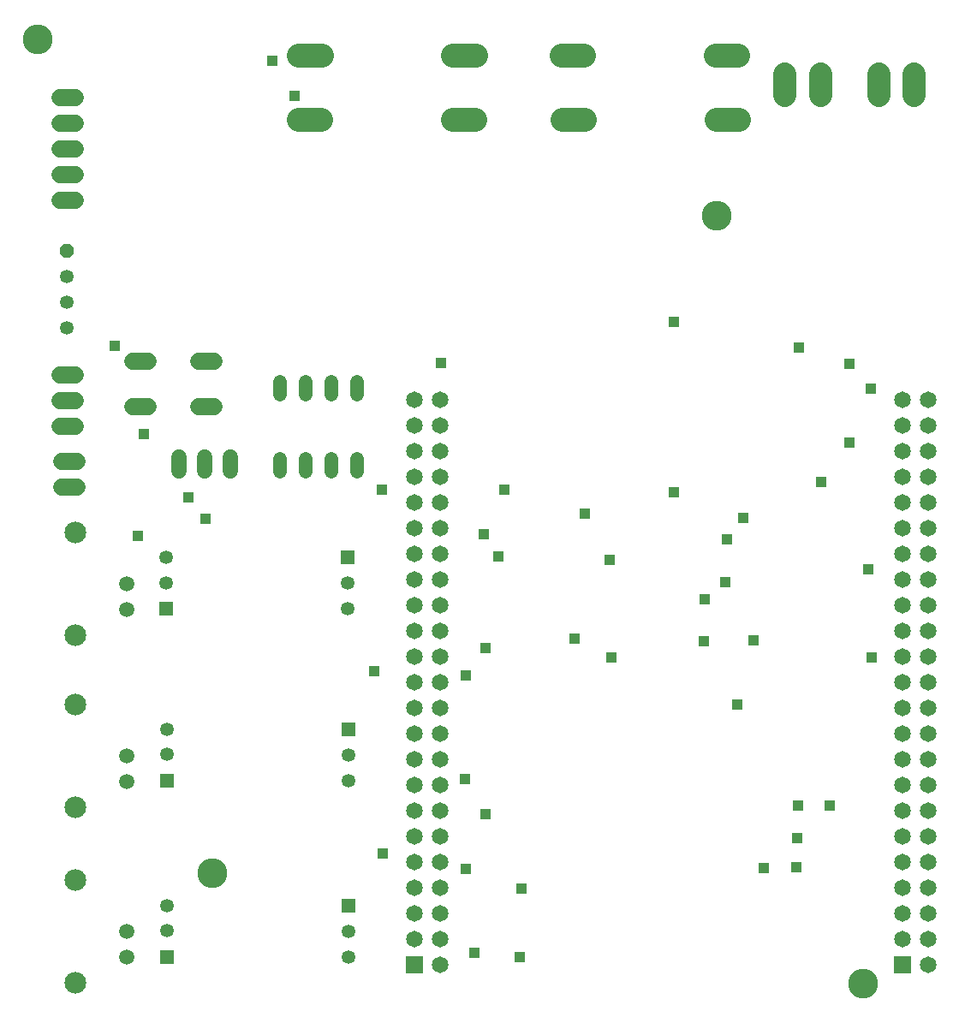
<source format=gbs>
G75*
G70*
%OFA0B0*%
%FSLAX24Y24*%
%IPPOS*%
%LPD*%
%AMOC8*
5,1,8,0,0,1.08239X$1,22.5*
%
%ADD10C,0.1162*%
%ADD11OC8,0.0532*%
%ADD12C,0.0532*%
%ADD13R,0.0651X0.0651*%
%ADD14C,0.0651*%
%ADD15C,0.0591*%
%ADD16C,0.0847*%
%ADD17R,0.0532X0.0532*%
%ADD18C,0.0660*%
%ADD19C,0.0945*%
%ADD20C,0.0900*%
%ADD21C,0.0540*%
%ADD22C,0.0600*%
%ADD23R,0.0436X0.0436*%
D10*
X024267Y025756D03*
X043917Y051376D03*
X017487Y058246D03*
X049617Y021466D03*
D11*
X018633Y049996D03*
D12*
X018633Y048996D03*
X018633Y047996D03*
X018633Y046996D03*
X022493Y038057D03*
X022493Y037070D03*
X022523Y031376D03*
X022523Y030390D03*
X022523Y024516D03*
X022523Y023530D03*
X029586Y023516D03*
X029586Y022516D03*
X029586Y029376D03*
X029586Y030376D03*
X029556Y036057D03*
X029556Y037057D03*
D13*
X032156Y022190D03*
X051156Y022190D03*
D14*
X051156Y023190D03*
X051156Y024190D03*
X051156Y025190D03*
X051156Y026190D03*
X051156Y027190D03*
X051156Y028190D03*
X051156Y029190D03*
X051156Y030190D03*
X051156Y031190D03*
X051156Y032190D03*
X051156Y033190D03*
X051156Y034190D03*
X051156Y035190D03*
X051156Y036190D03*
X051156Y037190D03*
X051156Y038190D03*
X051156Y039190D03*
X051156Y040190D03*
X051156Y041190D03*
X051156Y042190D03*
X051156Y043190D03*
X051156Y044190D03*
X052156Y044190D03*
X052156Y043190D03*
X052156Y042190D03*
X052156Y041190D03*
X052156Y040190D03*
X052156Y039190D03*
X052156Y038190D03*
X052156Y037190D03*
X052156Y036190D03*
X052156Y035190D03*
X052156Y034190D03*
X052156Y033190D03*
X052156Y032190D03*
X052156Y031190D03*
X052156Y030190D03*
X052156Y029190D03*
X052156Y028190D03*
X052156Y027190D03*
X052156Y026190D03*
X052156Y025190D03*
X052156Y024190D03*
X052156Y023190D03*
X052156Y022190D03*
X033156Y022190D03*
X033156Y023190D03*
X033156Y024190D03*
X032156Y024190D03*
X032156Y023190D03*
X032156Y025190D03*
X032156Y026190D03*
X032156Y027190D03*
X032156Y028190D03*
X032156Y029190D03*
X032156Y030190D03*
X032156Y031190D03*
X032156Y032190D03*
X032156Y033190D03*
X032156Y034190D03*
X032156Y035190D03*
X032156Y036190D03*
X032156Y037190D03*
X032156Y038190D03*
X032156Y039190D03*
X032156Y040190D03*
X032156Y041190D03*
X032156Y042190D03*
X032156Y043190D03*
X032156Y044190D03*
X033156Y044190D03*
X033156Y043190D03*
X033156Y042190D03*
X033156Y041190D03*
X033156Y040190D03*
X033156Y039190D03*
X033156Y038190D03*
X033156Y037190D03*
X033156Y036190D03*
X033156Y035190D03*
X033156Y034190D03*
X033156Y033190D03*
X033156Y032190D03*
X033156Y031190D03*
X033156Y030190D03*
X033156Y029190D03*
X033156Y028190D03*
X033156Y027190D03*
X033156Y026190D03*
X033156Y025190D03*
D15*
X020934Y023510D03*
X020934Y022510D03*
X020964Y029340D03*
X020964Y030340D03*
X020964Y036051D03*
X020964Y037051D03*
D16*
X018934Y021510D03*
X018934Y025510D03*
X018964Y028340D03*
X018964Y032340D03*
X018964Y035051D03*
X018964Y039051D03*
D17*
X022493Y036057D03*
X022523Y029376D03*
X022523Y022516D03*
X029586Y024516D03*
X029586Y031376D03*
X029556Y038057D03*
D18*
X024347Y043932D02*
X023747Y043932D01*
X023747Y045712D02*
X024347Y045712D01*
X021787Y045712D02*
X021187Y045712D01*
X021187Y043932D02*
X021787Y043932D01*
X018936Y044169D02*
X018336Y044169D01*
X018336Y045169D02*
X018936Y045169D01*
X018936Y043169D02*
X018336Y043169D01*
X018417Y041796D02*
X019017Y041796D01*
X019017Y040796D02*
X018417Y040796D01*
X018345Y051957D02*
X018945Y051957D01*
X018945Y052957D02*
X018345Y052957D01*
X018345Y053957D02*
X018945Y053957D01*
X018945Y054957D02*
X018345Y054957D01*
X018345Y055957D02*
X018945Y055957D01*
D19*
X027634Y055096D02*
X028519Y055096D01*
X028534Y057596D02*
X027649Y057596D01*
X033634Y055096D02*
X034519Y055096D01*
X034534Y057596D02*
X033649Y057596D01*
X037879Y057607D02*
X038764Y057607D01*
X038794Y055094D02*
X037909Y055094D01*
X043909Y055094D02*
X044794Y055094D01*
X044764Y057607D02*
X043879Y057607D01*
D20*
X046558Y056896D02*
X046558Y056056D01*
X047936Y056056D02*
X047936Y056896D01*
X050218Y056896D02*
X050218Y056056D01*
X051596Y056056D02*
X051596Y056896D01*
D21*
X029907Y044896D02*
X029907Y044416D01*
X028907Y044416D02*
X028907Y044896D01*
X027907Y044896D02*
X027907Y044416D01*
X026907Y044416D02*
X026907Y044896D01*
X026907Y041896D02*
X026907Y041416D01*
X027907Y041416D02*
X027907Y041896D01*
X028907Y041896D02*
X028907Y041416D01*
X029907Y041416D02*
X029907Y041896D01*
D22*
X024997Y041986D02*
X024997Y041446D01*
X023997Y041446D02*
X023997Y041986D01*
X022997Y041986D02*
X022997Y041446D01*
D23*
X023337Y040396D03*
X024027Y039556D03*
X021387Y038896D03*
X021627Y042856D03*
X020487Y046306D03*
X027477Y056026D03*
X026607Y057406D03*
X033177Y045646D03*
X030897Y040696D03*
X034857Y038956D03*
X035427Y038116D03*
X035637Y040696D03*
X038787Y039766D03*
X039747Y037966D03*
X038367Y034906D03*
X039807Y034156D03*
X043407Y034816D03*
X043437Y036436D03*
X044247Y037096D03*
X044307Y038776D03*
X044937Y039616D03*
X042237Y040606D03*
X047127Y046246D03*
X049077Y045616D03*
X049917Y044626D03*
X049077Y042526D03*
X047967Y040996D03*
X049827Y037606D03*
X049947Y034186D03*
X045357Y034846D03*
X044727Y032326D03*
X047097Y028396D03*
X048327Y028396D03*
X047037Y027136D03*
X047007Y025996D03*
X045747Y025966D03*
X036327Y025186D03*
X034467Y022666D03*
X036237Y022516D03*
X034137Y025936D03*
X034917Y028066D03*
X034107Y029446D03*
X030927Y026536D03*
X030567Y033646D03*
X034137Y033466D03*
X034917Y034546D03*
X042237Y047236D03*
M02*

</source>
